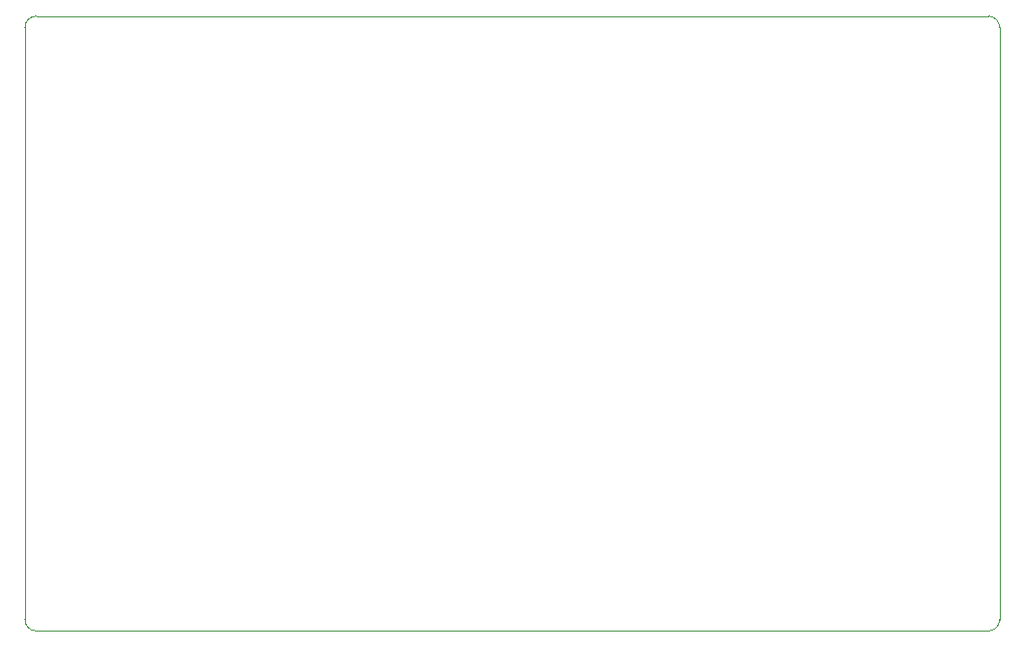
<source format=gm1>
%TF.GenerationSoftware,KiCad,Pcbnew,7.0.6*%
%TF.CreationDate,2023-08-10T22:17:19+02:00*%
%TF.ProjectId,pcb,7063622e-6b69-4636-9164-5f7063625858,rev?*%
%TF.SameCoordinates,Original*%
%TF.FileFunction,Profile,NP*%
%FSLAX46Y46*%
G04 Gerber Fmt 4.6, Leading zero omitted, Abs format (unit mm)*
G04 Created by KiCad (PCBNEW 7.0.6) date 2023-08-10 22:17:19*
%MOMM*%
%LPD*%
G01*
G04 APERTURE LIST*
%TA.AperFunction,Profile*%
%ADD10C,0.100000*%
%TD*%
G04 APERTURE END LIST*
D10*
X105500000Y-21000000D02*
G75*
G03*
X104500000Y-20000000I-1000000J0D01*
G01*
X20000000Y-73000000D02*
G75*
G03*
X21000000Y-74000000I1000000J0D01*
G01*
X21000000Y-20000000D02*
X104500000Y-20000000D01*
X20000000Y-73000000D02*
X20000000Y-21000000D01*
X104500000Y-74000000D02*
G75*
G03*
X105500000Y-73000000I0J1000000D01*
G01*
X105500000Y-21000000D02*
X105500000Y-73000000D01*
X21000000Y-20000000D02*
G75*
G03*
X20000000Y-21000000I0J-1000000D01*
G01*
X104500000Y-74000000D02*
X21000000Y-74000000D01*
M02*

</source>
